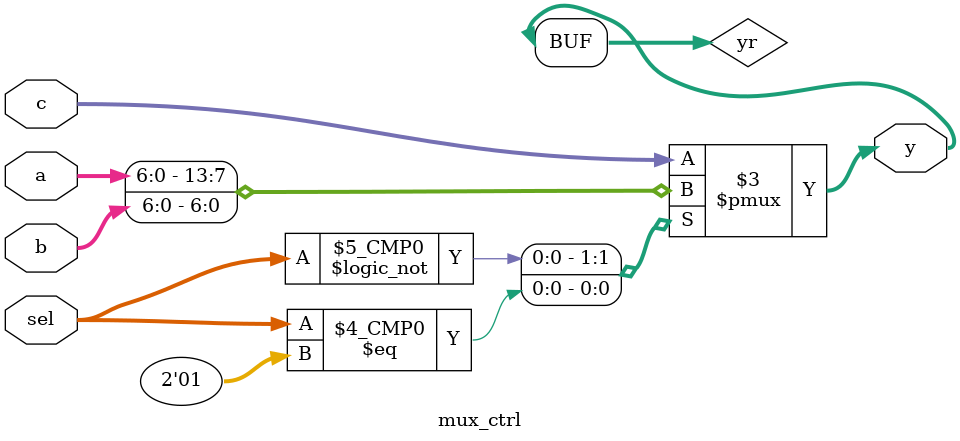
<source format=v>


module mux_ctrl (
    input [6:0] a, b, c, 
    input [1:0] sel,     
    output[6:0] y         
);

    reg[6:0]  yr; 

    assign y = yr; 

    always @(sel or a or b or c) begin : MUX
        case(sel)
            2'b00   : yr = a; 
            2'b01   : yr = b; 
            default : yr = c; 
        endcase
    end

endmodule
</source>
